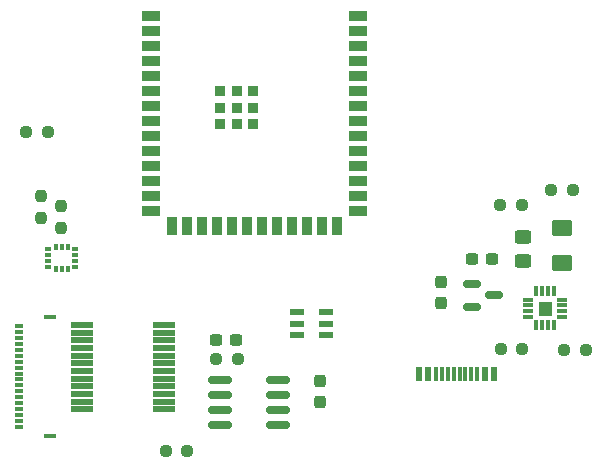
<source format=gbr>
G04 #@! TF.GenerationSoftware,KiCad,Pcbnew,9.0.7*
G04 #@! TF.CreationDate,2026-02-26T12:58:45-06:00*
G04 #@! TF.ProjectId,ImpactInsole_v1,496d7061-6374-4496-9e73-6f6c655f7631,rev?*
G04 #@! TF.SameCoordinates,Original*
G04 #@! TF.FileFunction,Paste,Top*
G04 #@! TF.FilePolarity,Positive*
%FSLAX46Y46*%
G04 Gerber Fmt 4.6, Leading zero omitted, Abs format (unit mm)*
G04 Created by KiCad (PCBNEW 9.0.7) date 2026-02-26 12:58:45*
%MOMM*%
%LPD*%
G01*
G04 APERTURE LIST*
G04 Aperture macros list*
%AMRoundRect*
0 Rectangle with rounded corners*
0 $1 Rounding radius*
0 $2 $3 $4 $5 $6 $7 $8 $9 X,Y pos of 4 corners*
0 Add a 4 corners polygon primitive as box body*
4,1,4,$2,$3,$4,$5,$6,$7,$8,$9,$2,$3,0*
0 Add four circle primitives for the rounded corners*
1,1,$1+$1,$2,$3*
1,1,$1+$1,$4,$5*
1,1,$1+$1,$6,$7*
1,1,$1+$1,$8,$9*
0 Add four rect primitives between the rounded corners*
20,1,$1+$1,$2,$3,$4,$5,0*
20,1,$1+$1,$4,$5,$6,$7,0*
20,1,$1+$1,$6,$7,$8,$9,0*
20,1,$1+$1,$8,$9,$2,$3,0*%
G04 Aperture macros list end*
%ADD10C,0.010000*%
%ADD11R,0.900000X0.900000*%
%ADD12R,1.500000X0.900000*%
%ADD13R,0.900000X1.500000*%
%ADD14RoundRect,0.237500X-0.250000X-0.237500X0.250000X-0.237500X0.250000X0.237500X-0.250000X0.237500X0*%
%ADD15RoundRect,0.072500X-0.532500X-0.217500X0.532500X-0.217500X0.532500X0.217500X-0.532500X0.217500X0*%
%ADD16RoundRect,0.237500X0.300000X0.237500X-0.300000X0.237500X-0.300000X-0.237500X0.300000X-0.237500X0*%
%ADD17RoundRect,0.150000X-0.587500X-0.150000X0.587500X-0.150000X0.587500X0.150000X-0.587500X0.150000X0*%
%ADD18R,0.610000X0.350000*%
%ADD19R,0.350000X0.610000*%
%ADD20R,0.700000X0.300000*%
%ADD21R,1.000000X0.300000*%
%ADD22RoundRect,0.032500X0.397500X0.097500X-0.397500X0.097500X-0.397500X-0.097500X0.397500X-0.097500X0*%
%ADD23RoundRect,0.032500X0.097500X0.397500X-0.097500X0.397500X-0.097500X-0.397500X0.097500X-0.397500X0*%
%ADD24RoundRect,0.237500X0.250000X0.237500X-0.250000X0.237500X-0.250000X-0.237500X0.250000X-0.237500X0*%
%ADD25RoundRect,0.060000X-0.890000X-0.180000X0.890000X-0.180000X0.890000X0.180000X-0.890000X0.180000X0*%
%ADD26RoundRect,0.250001X-0.624999X0.462499X-0.624999X-0.462499X0.624999X-0.462499X0.624999X0.462499X0*%
%ADD27RoundRect,0.237500X-0.237500X0.250000X-0.237500X-0.250000X0.237500X-0.250000X0.237500X0.250000X0*%
%ADD28R,0.600000X1.240000*%
%ADD29R,0.300000X1.240000*%
%ADD30RoundRect,0.250000X-0.450000X0.325000X-0.450000X-0.325000X0.450000X-0.325000X0.450000X0.325000X0*%
%ADD31RoundRect,0.237500X-0.237500X0.300000X-0.237500X-0.300000X0.237500X-0.300000X0.237500X0.300000X0*%
%ADD32RoundRect,0.237500X0.237500X-0.300000X0.237500X0.300000X-0.237500X0.300000X-0.237500X-0.300000X0*%
%ADD33RoundRect,0.150000X-0.825000X-0.150000X0.825000X-0.150000X0.825000X0.150000X-0.825000X0.150000X0*%
G04 APERTURE END LIST*
D10*
G04 #@! TO.C,U5*
X123180000Y-92740000D02*
X122120000Y-92740000D01*
X122120000Y-91680000D01*
X123180000Y-91680000D01*
X123180000Y-92740000D01*
G36*
X123180000Y-92740000D02*
G01*
X122120000Y-92740000D01*
X122120000Y-91680000D01*
X123180000Y-91680000D01*
X123180000Y-92740000D01*
G37*
G04 #@! TD*
D11*
G04 #@! TO.C,U6*
X95170000Y-73810000D03*
X95170000Y-75210000D03*
X95170000Y-76610000D03*
X96570000Y-73810000D03*
X96570000Y-75210000D03*
X96570000Y-76610000D03*
X97970000Y-73810000D03*
X97970000Y-75210000D03*
X97970000Y-76610000D03*
D12*
X89320000Y-67490000D03*
X89320000Y-68760000D03*
X89320000Y-70030000D03*
X89320000Y-71300000D03*
X89320000Y-72570000D03*
X89320000Y-73840000D03*
X89320000Y-75110000D03*
X89320000Y-76380000D03*
X89320000Y-77650000D03*
X89320000Y-78920000D03*
X89320000Y-80190000D03*
X89320000Y-81460000D03*
X89320000Y-82730000D03*
X89320000Y-84000000D03*
D13*
X91085000Y-85250000D03*
X92355000Y-85250000D03*
X93625000Y-85250000D03*
X94895000Y-85250000D03*
X96165000Y-85250000D03*
X97435000Y-85250000D03*
X98705000Y-85250000D03*
X99975000Y-85250000D03*
X101245000Y-85250000D03*
X102515000Y-85250000D03*
X103785000Y-85250000D03*
X105055000Y-85250000D03*
D12*
X106820000Y-84000000D03*
X106820000Y-82730000D03*
X106820000Y-81460000D03*
X106820000Y-80190000D03*
X106820000Y-78920000D03*
X106820000Y-77650000D03*
X106820000Y-76380000D03*
X106820000Y-75110000D03*
X106820000Y-73840000D03*
X106820000Y-72570000D03*
X106820000Y-71300000D03*
X106820000Y-70030000D03*
X106820000Y-68760000D03*
X106820000Y-67490000D03*
G04 #@! TD*
D14*
G04 #@! TO.C,R12*
X123180000Y-82200000D03*
X125005000Y-82200000D03*
G04 #@! TD*
D15*
G04 #@! TO.C,U2*
X101645000Y-92550000D03*
X101645000Y-93500000D03*
X101645000Y-94450000D03*
X104155000Y-94450000D03*
X104155000Y-93500000D03*
X104155000Y-92550000D03*
G04 #@! TD*
D14*
G04 #@! TO.C,R10*
X118867500Y-83460000D03*
X120692500Y-83460000D03*
G04 #@! TD*
G04 #@! TO.C,R6*
X94845000Y-96450000D03*
X96670000Y-96450000D03*
G04 #@! TD*
D16*
G04 #@! TO.C,C9*
X118182500Y-88042500D03*
X116457500Y-88042500D03*
G04 #@! TD*
D17*
G04 #@! TO.C,U7*
X116502500Y-90160000D03*
X116502500Y-92060000D03*
X118377500Y-91110000D03*
G04 #@! TD*
D18*
G04 #@! TO.C,U4*
X80580000Y-87207500D03*
X80580000Y-87707500D03*
X80580000Y-88207500D03*
X80580000Y-88707500D03*
D19*
X81240000Y-88867500D03*
X81740000Y-88867500D03*
X82240000Y-88867500D03*
D18*
X82900000Y-88707500D03*
X82900000Y-88207500D03*
X82900000Y-87707500D03*
X82900000Y-87207500D03*
D19*
X82240000Y-87047500D03*
X81740000Y-87047500D03*
X81240000Y-87047500D03*
G04 #@! TD*
D20*
G04 #@! TO.C,J1*
X78090000Y-102220000D03*
X78090000Y-101720000D03*
X78090000Y-101220000D03*
X78090000Y-100720000D03*
X78090000Y-100220000D03*
X78090000Y-99720000D03*
X78090000Y-99220000D03*
X78090000Y-98720000D03*
X78090000Y-98220000D03*
X78090000Y-97720000D03*
X78090000Y-97220000D03*
X78090000Y-96720000D03*
X78090000Y-96220000D03*
X78090000Y-95720000D03*
X78090000Y-95220000D03*
X78090000Y-94720000D03*
X78090000Y-94220000D03*
X78090000Y-93720000D03*
D21*
X80740000Y-103010000D03*
X80740000Y-92930000D03*
G04 #@! TD*
D22*
G04 #@! TO.C,U5*
X124085000Y-92960000D03*
X124085000Y-92460000D03*
X124085000Y-91960000D03*
X124085000Y-91460000D03*
D23*
X123400000Y-90775000D03*
X122900000Y-90775000D03*
X122400000Y-90775000D03*
X121900000Y-90775000D03*
D22*
X121215000Y-91460000D03*
X121215000Y-91960000D03*
X121215000Y-92460000D03*
X121215000Y-92960000D03*
D23*
X121900000Y-93645000D03*
X122400000Y-93645000D03*
X122900000Y-93645000D03*
X123400000Y-93645000D03*
G04 #@! TD*
D24*
G04 #@! TO.C,R9*
X126102500Y-95770000D03*
X124277500Y-95770000D03*
G04 #@! TD*
D25*
G04 #@! TO.C,U1*
X83430000Y-93610000D03*
X83430000Y-94260000D03*
X83430000Y-94910000D03*
X83430000Y-95560000D03*
X83430000Y-96210000D03*
X83430000Y-96860000D03*
X83430000Y-97510000D03*
X83430000Y-98160000D03*
X83430000Y-98810000D03*
X83430000Y-99460000D03*
X83430000Y-100110000D03*
X83430000Y-100760000D03*
X90440000Y-100760000D03*
X90440000Y-100110000D03*
X90440000Y-99460000D03*
X90440000Y-98810000D03*
X90440000Y-98160000D03*
X90440000Y-97510000D03*
X90440000Y-96860000D03*
X90440000Y-96210000D03*
X90440000Y-95560000D03*
X90440000Y-94910000D03*
X90440000Y-94260000D03*
X90440000Y-93610000D03*
G04 #@! TD*
D26*
G04 #@! TO.C,D2*
X124140000Y-85422500D03*
X124140000Y-88397500D03*
G04 #@! TD*
D27*
G04 #@! TO.C,R1*
X79980000Y-82697500D03*
X79980000Y-84522500D03*
G04 #@! TD*
D16*
G04 #@! TO.C,C5*
X96532500Y-94920000D03*
X94807500Y-94920000D03*
G04 #@! TD*
D28*
G04 #@! TO.C,J3*
X111980000Y-97730000D03*
X112780000Y-97730000D03*
D29*
X113930000Y-97730000D03*
X114930000Y-97730000D03*
X115430000Y-97730000D03*
X116430000Y-97730000D03*
D28*
X117580000Y-97730000D03*
X118380000Y-97730000D03*
X118380000Y-97730000D03*
X117580000Y-97730000D03*
D29*
X116930000Y-97730000D03*
X115930000Y-97730000D03*
X114430000Y-97730000D03*
X113430000Y-97730000D03*
D28*
X112780000Y-97730000D03*
X111980000Y-97730000D03*
G04 #@! TD*
D30*
G04 #@! TO.C,D1*
X120780000Y-86185000D03*
X120780000Y-88235000D03*
G04 #@! TD*
D24*
G04 #@! TO.C,R11*
X80582500Y-77280000D03*
X78757500Y-77280000D03*
G04 #@! TD*
D31*
G04 #@! TO.C,C4*
X103600000Y-98385000D03*
X103600000Y-100110000D03*
G04 #@! TD*
D14*
G04 #@! TO.C,R8*
X118907500Y-95620000D03*
X120732500Y-95620000D03*
G04 #@! TD*
D32*
G04 #@! TO.C,C10*
X113840000Y-91732500D03*
X113840000Y-90007500D03*
G04 #@! TD*
D27*
G04 #@! TO.C,R2*
X81702500Y-83562500D03*
X81702500Y-85387500D03*
G04 #@! TD*
D33*
G04 #@! TO.C,U3*
X95115000Y-98255000D03*
X95115000Y-99525000D03*
X95115000Y-100795000D03*
X95115000Y-102065000D03*
X100065000Y-102065000D03*
X100065000Y-100795000D03*
X100065000Y-99525000D03*
X100065000Y-98255000D03*
G04 #@! TD*
D14*
G04 #@! TO.C,R5*
X90550000Y-104300000D03*
X92375000Y-104300000D03*
G04 #@! TD*
M02*

</source>
